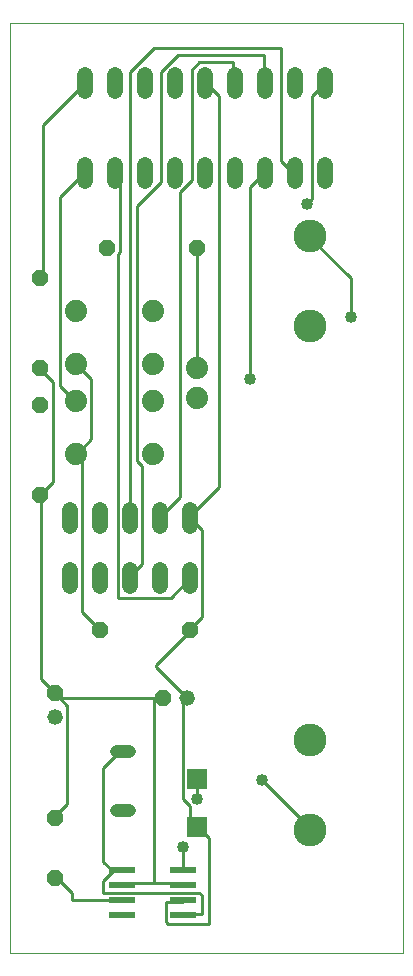
<source format=gtl>
G75*
G70*
%OFA0B0*%
%FSLAX24Y24*%
%IPPOS*%
%LPD*%
%AMOC8*
5,1,8,0,0,1.08239X$1,22.5*
%
%ADD10C,0.0000*%
%ADD11C,0.0520*%
%ADD12R,0.0866X0.0236*%
%ADD13OC8,0.0520*%
%ADD14C,0.0520*%
%ADD15C,0.0740*%
%ADD16C,0.0436*%
%ADD17C,0.1095*%
%ADD18R,0.0669X0.0709*%
%ADD19C,0.0100*%
%ADD20C,0.0400*%
D10*
X000181Y000343D02*
X000181Y031339D01*
X013301Y031339D01*
X013301Y000343D01*
X000181Y000343D01*
D11*
X002181Y012583D02*
X002181Y013103D01*
X002181Y014583D02*
X002181Y015103D01*
X003181Y015103D02*
X003181Y014583D01*
X003181Y013103D02*
X003181Y012583D01*
X004181Y012583D02*
X004181Y013103D01*
X004181Y014583D02*
X004181Y015103D01*
X005181Y015103D02*
X005181Y014583D01*
X005181Y013103D02*
X005181Y012583D01*
X006181Y012583D02*
X006181Y013103D01*
X006181Y014583D02*
X006181Y015103D01*
X005681Y026083D02*
X005681Y026603D01*
X006681Y026603D02*
X006681Y026083D01*
X007681Y026083D02*
X007681Y026603D01*
X008681Y026603D02*
X008681Y026083D01*
X009681Y026083D02*
X009681Y026603D01*
X010681Y026603D02*
X010681Y026083D01*
X010681Y029083D02*
X010681Y029603D01*
X009681Y029603D02*
X009681Y029083D01*
X008681Y029083D02*
X008681Y029603D01*
X007681Y029603D02*
X007681Y029083D01*
X006681Y029083D02*
X006681Y029603D01*
X005681Y029603D02*
X005681Y029083D01*
X004681Y029083D02*
X004681Y029603D01*
X003681Y029603D02*
X003681Y029083D01*
X002681Y029083D02*
X002681Y029603D01*
X002681Y026603D02*
X002681Y026083D01*
X003681Y026083D02*
X003681Y026603D01*
X004681Y026603D02*
X004681Y026083D01*
D12*
X003908Y003093D03*
X003908Y002593D03*
X003908Y002093D03*
X003908Y001593D03*
X005955Y001593D03*
X005955Y002093D03*
X005955Y002593D03*
X005955Y003093D03*
D13*
X005281Y008843D03*
X006181Y011093D03*
X003181Y011093D03*
X001681Y008993D03*
X001681Y004843D03*
X001681Y002843D03*
X001181Y015593D03*
X001181Y018593D03*
X001181Y019843D03*
X001181Y022843D03*
X003431Y023843D03*
X006431Y023843D03*
D14*
X006081Y008843D03*
X001681Y008193D03*
D15*
X002401Y016953D03*
X002401Y018733D03*
X002401Y019953D03*
X002401Y021733D03*
X004961Y021733D03*
X004961Y019953D03*
X004961Y018733D03*
X004961Y016953D03*
X006431Y018843D03*
X006431Y019843D03*
D16*
X004150Y007077D02*
X003713Y007077D01*
X003713Y005108D02*
X004150Y005108D01*
D17*
X010181Y004443D03*
X010181Y007443D03*
X010181Y021243D03*
X010181Y024243D03*
D18*
X006431Y006150D03*
X006431Y004536D03*
D19*
X006501Y004503D01*
X006821Y004183D01*
X006821Y001303D01*
X005461Y001303D01*
X005381Y001383D01*
X005381Y002023D01*
X005941Y002023D01*
X005955Y002093D01*
X006021Y001623D02*
X005955Y001593D01*
X006021Y001623D02*
X006581Y001623D01*
X006581Y002263D01*
X006501Y002343D01*
X003301Y002343D01*
X003301Y002743D01*
X003621Y003063D01*
X003908Y003093D01*
X003861Y003063D01*
X003621Y003063D01*
X003301Y003383D01*
X003301Y006503D01*
X003861Y007063D01*
X003931Y007077D01*
X004981Y008823D02*
X004981Y002663D01*
X003941Y002663D01*
X003908Y002593D01*
X003861Y002103D02*
X003908Y002093D01*
X003861Y002103D02*
X002261Y002103D01*
X002261Y002343D01*
X001701Y002903D01*
X001681Y002843D01*
X001681Y004843D02*
X001701Y004903D01*
X002101Y005303D01*
X002101Y008583D01*
X001861Y008823D01*
X001681Y008993D01*
X001621Y009063D01*
X001221Y009463D01*
X001221Y015543D01*
X001181Y015593D01*
X001221Y015623D01*
X001621Y016023D01*
X001621Y019383D01*
X001221Y019783D01*
X001181Y019843D01*
X001861Y019223D02*
X002341Y018743D01*
X002401Y018733D01*
X001861Y019223D02*
X001861Y025543D01*
X002661Y026343D01*
X002681Y026343D01*
X003681Y026343D02*
X003701Y026343D01*
X003861Y026183D01*
X003861Y023703D01*
X003781Y023623D01*
X003781Y012183D01*
X005541Y012183D01*
X006181Y012823D01*
X006181Y012843D01*
X006581Y011543D02*
X006181Y011143D01*
X006181Y011093D01*
X006181Y011063D01*
X005061Y009943D01*
X005061Y009863D01*
X005941Y008983D01*
X006081Y008843D01*
X005941Y008983D02*
X005941Y005463D01*
X006181Y005223D01*
X006181Y004823D01*
X006421Y004583D01*
X006431Y004536D01*
X005941Y003863D02*
X005941Y003143D01*
X005955Y003093D01*
X005941Y002663D02*
X005955Y002593D01*
X005941Y002663D02*
X004981Y002663D01*
X006421Y005463D02*
X006421Y006103D01*
X006431Y006150D01*
X005281Y008843D02*
X005221Y008823D01*
X004981Y008823D01*
X001861Y008823D01*
X001701Y008983D01*
X001681Y008993D01*
X003141Y011143D02*
X002581Y011703D01*
X002581Y016743D01*
X002421Y016903D01*
X002401Y016953D01*
X002421Y016983D01*
X002901Y017463D01*
X002901Y019463D01*
X002421Y019943D01*
X002401Y019953D01*
X001181Y022843D02*
X001221Y022903D01*
X001301Y022983D01*
X001301Y027943D01*
X002661Y029303D01*
X002681Y029343D01*
X004181Y029703D02*
X004181Y014843D01*
X004581Y013303D02*
X004581Y016583D01*
X004421Y016743D01*
X004421Y025223D01*
X005221Y026023D01*
X005221Y029703D01*
X005781Y030263D01*
X008661Y030263D01*
X008661Y029383D01*
X008681Y029343D01*
X009221Y030503D02*
X009221Y026743D01*
X009621Y026343D01*
X009681Y026343D01*
X010261Y025463D02*
X010101Y025303D01*
X010261Y025463D02*
X010261Y028903D01*
X010661Y029303D01*
X010681Y029343D01*
X009221Y030503D02*
X004981Y030503D01*
X004181Y029703D01*
X006261Y026103D02*
X005861Y025703D01*
X005861Y015543D01*
X005221Y014903D01*
X005181Y014843D01*
X004581Y013303D02*
X004181Y012903D01*
X004181Y012843D01*
X003141Y011143D02*
X003181Y011093D01*
X006581Y014423D02*
X006181Y014823D01*
X006181Y014843D01*
X006181Y014903D01*
X007141Y015863D01*
X007141Y028903D01*
X006741Y029303D01*
X006681Y029343D01*
X006261Y029783D02*
X006501Y030023D01*
X007621Y030023D01*
X007621Y029383D01*
X007681Y029343D01*
X008661Y026343D02*
X008681Y026343D01*
X008661Y026343D02*
X008181Y025863D01*
X008181Y019463D01*
X006431Y019843D02*
X006421Y019863D01*
X006421Y023783D01*
X006431Y023843D01*
X006261Y026103D02*
X006261Y029783D01*
X010181Y024243D02*
X010181Y024183D01*
X011541Y022823D01*
X011541Y021543D01*
X006581Y014423D02*
X006581Y011543D01*
X008581Y006103D02*
X010181Y004503D01*
X010181Y004443D01*
D20*
X008581Y006103D03*
X006421Y005463D03*
X005941Y003863D03*
X008181Y019463D03*
X010101Y025303D03*
X011541Y021543D03*
M02*

</source>
